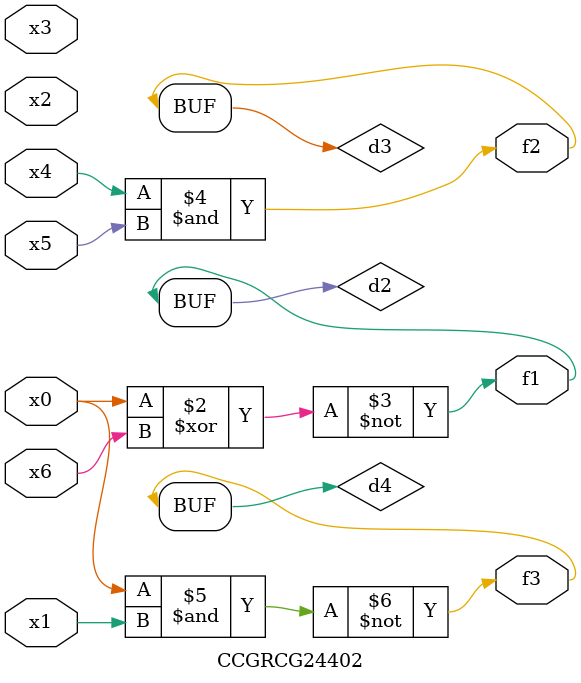
<source format=v>
module CCGRCG24402(
	input x0, x1, x2, x3, x4, x5, x6,
	output f1, f2, f3
);

	wire d1, d2, d3, d4;

	nor (d1, x0);
	xnor (d2, x0, x6);
	and (d3, x4, x5);
	nand (d4, x0, x1);
	assign f1 = d2;
	assign f2 = d3;
	assign f3 = d4;
endmodule

</source>
